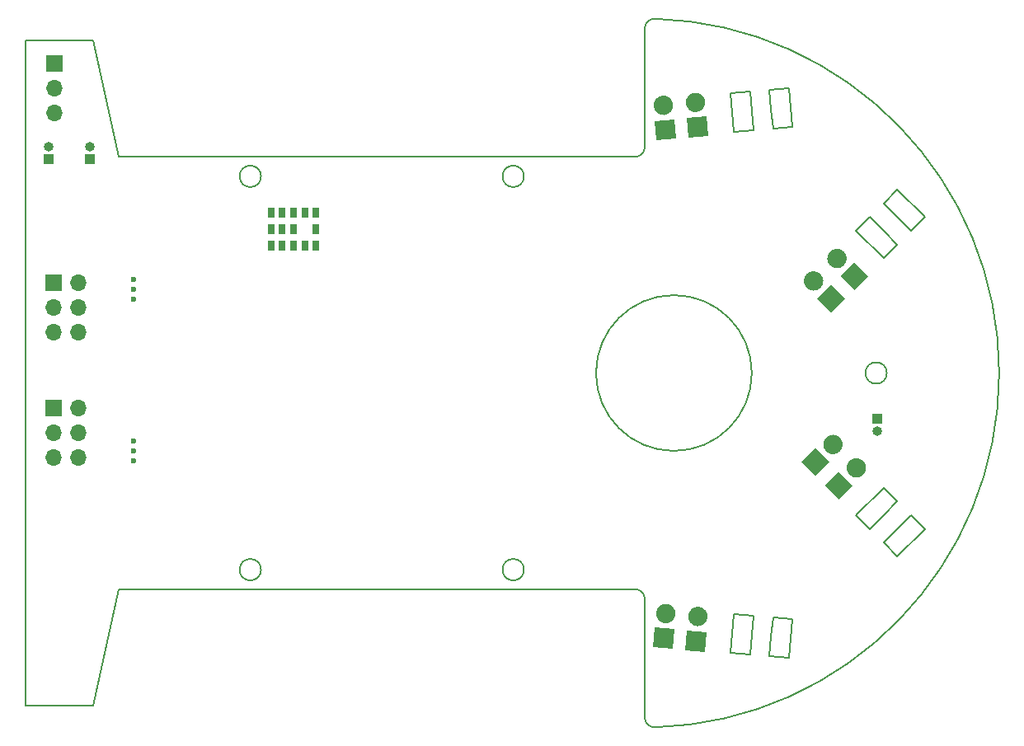
<source format=gbs>
%TF.GenerationSoftware,KiCad,Pcbnew,(5.1.7)-1*%
%TF.CreationDate,2021-11-24T18:19:33+09:00*%
%TF.ProjectId,Quatro,51756174-726f-42e6-9b69-6361645f7063,0*%
%TF.SameCoordinates,Original*%
%TF.FileFunction,Soldermask,Bot*%
%TF.FilePolarity,Negative*%
%FSLAX46Y46*%
G04 Gerber Fmt 4.6, Leading zero omitted, Abs format (unit mm)*
G04 Created by KiCad (PCBNEW (5.1.7)-1) date 2021-11-24 18:19:33*
%MOMM*%
%LPD*%
G01*
G04 APERTURE LIST*
%TA.AperFunction,Profile*%
%ADD10C,0.200000*%
%TD*%
%ADD11R,0.800000X1.100000*%
%ADD12R,0.700000X1.100000*%
%ADD13C,0.100000*%
%ADD14R,1.000000X1.000000*%
%ADD15O,1.000000X1.000000*%
%ADD16R,1.700000X1.700000*%
%ADD17O,1.700000X1.700000*%
%ADD18C,0.600000*%
G04 APERTURE END LIST*
D10*
X170788838Y-58175084D02*
G75*
G02*
X170788843Y-130946030I-1028246J-36385473D01*
G01*
X169760594Y-71360558D02*
X169760594Y-59174685D01*
X110760595Y-60360557D02*
X113160593Y-60360557D01*
X157360593Y-114760556D02*
G75*
G03*
X157360593Y-114760556I-1100001J0D01*
G01*
X169760593Y-129946429D02*
X169760593Y-117760555D01*
X106160594Y-128760556D02*
X106160593Y-60360557D01*
X169760595Y-71360555D02*
G75*
G02*
X168760594Y-72360558I-1000002J-1D01*
G01*
X197128428Y-79950000D02*
X198542640Y-78535786D01*
X106160593Y-60360557D02*
X110760595Y-60360557D01*
X130360596Y-114760557D02*
G75*
G03*
X130360596Y-114760557I-1100001J0D01*
G01*
X195714214Y-78535787D02*
X197128428Y-79950000D01*
X194300000Y-77121573D02*
X195714214Y-78535787D01*
X180760595Y-94560557D02*
G75*
G03*
X180760595Y-94560557I-8000001J0D01*
G01*
X157360594Y-74360558D02*
G75*
G03*
X157360594Y-74360558I-1100001J0D01*
G01*
X130360597Y-74360557D02*
G75*
G03*
X130360597Y-74360557I-1100000J0D01*
G01*
X169760595Y-59174687D02*
G75*
G02*
X170788841Y-58175085I999999J2D01*
G01*
X170788842Y-130946030D02*
G75*
G02*
X169760593Y-129946429I-28249J999601D01*
G01*
X115760595Y-72360558D02*
X168760594Y-72360558D01*
X113160593Y-60360557D02*
X115760595Y-72360558D01*
X168760592Y-116760556D02*
G75*
G02*
X169760593Y-117760555I1J-1000000D01*
G01*
X113160595Y-128760558D02*
X106160594Y-128760556D01*
X115760595Y-116760556D02*
X113160595Y-128760558D01*
X168760593Y-116760556D02*
X115760595Y-116760556D01*
X195714214Y-107756901D02*
X194299999Y-106342687D01*
X180764400Y-67643148D02*
X180938710Y-69635540D01*
X184923487Y-69286914D02*
X184574865Y-65302137D01*
X182756788Y-67468837D02*
X182931100Y-69461226D01*
X182582477Y-65476446D02*
X182756788Y-67468837D01*
X194626591Y-94560557D02*
G75*
G03*
X194626591Y-94560557I-1099998J0D01*
G01*
X192885787Y-78535787D02*
X194300000Y-79950000D01*
X195714214Y-75707359D02*
X194300000Y-77121573D01*
X184574865Y-123818979D02*
X182582477Y-123644667D01*
X178946321Y-69809849D02*
X178597697Y-65825070D01*
X194300001Y-111999541D02*
X195714214Y-110585328D01*
X180938710Y-69635540D02*
X178946321Y-69809849D01*
X195714214Y-110585328D02*
X197128427Y-109171114D01*
X182931100Y-69461226D02*
X184923487Y-69286914D01*
X182931100Y-119659889D02*
X184923489Y-119834198D01*
X178597697Y-65825070D02*
X180590087Y-65650759D01*
X194300000Y-82778427D02*
X191471573Y-79950000D01*
X191471573Y-109171112D02*
X192885787Y-110585327D01*
X178597699Y-123296044D02*
X180590088Y-123470356D01*
X180938709Y-119485577D02*
X178946320Y-119311265D01*
X191471573Y-79950000D02*
X192885787Y-78535787D01*
X184923489Y-119834198D02*
X184574865Y-123818979D01*
X195714214Y-81364214D02*
X194300000Y-82778427D01*
X198542642Y-110585327D02*
X195714215Y-113413756D01*
X194299999Y-106342687D02*
X191471573Y-109171112D01*
X184574865Y-65302137D02*
X182582477Y-65476446D01*
X180590088Y-123470356D02*
X180764398Y-121477967D01*
X178946320Y-119311265D02*
X178597699Y-123296044D01*
X198542640Y-78535786D02*
X195714214Y-75707359D01*
X182582477Y-123644667D02*
X182756788Y-121652278D01*
X180764398Y-121477967D02*
X180938709Y-119485577D01*
X182756788Y-121652278D02*
X182931100Y-119659889D01*
X195714215Y-113413756D02*
X194300001Y-111999541D01*
X197128427Y-109171114D02*
X198542642Y-110585327D01*
X194300000Y-109171114D02*
X195714214Y-107756901D01*
X192885787Y-110585327D02*
X194300000Y-109171114D01*
X180590087Y-65650759D02*
X180764400Y-67643148D01*
X194300000Y-79950000D02*
X195714214Y-81364214D01*
D11*
%TO.C,U5*%
X133700000Y-81500000D03*
X133700000Y-79800000D03*
X133700000Y-78100000D03*
D12*
X131450000Y-81500000D03*
X132550000Y-81500000D03*
X134850000Y-81500000D03*
X135950000Y-81500000D03*
X131450000Y-79800000D03*
X132550000Y-79800000D03*
X135950000Y-79800000D03*
X131450000Y-78100000D03*
X132550000Y-78100000D03*
X134850000Y-78100000D03*
X135950000Y-78100000D03*
%TD*%
%TO.C,D1*%
G36*
G01*
X171765780Y-68065860D02*
X171765780Y-68065860D01*
G75*
G02*
X170682429Y-67156821I-87156J996195D01*
G01*
X170682429Y-67156821D01*
G75*
G02*
X171591468Y-66073470I996195J87156D01*
G01*
X171591468Y-66073470D01*
G75*
G02*
X172674819Y-66982509I87156J-996195D01*
G01*
X172674819Y-66982509D01*
G75*
G02*
X171765780Y-68065860I-996195J-87156D01*
G01*
G37*
D13*
G36*
X172983350Y-70509039D02*
G01*
X170990961Y-70683350D01*
X170816650Y-68690961D01*
X172809039Y-68516650D01*
X172983350Y-70509039D01*
G37*
%TD*%
%TO.C,D2*%
G36*
X190314214Y-86900000D02*
G01*
X188900000Y-88314214D01*
X187485786Y-86900000D01*
X188900000Y-85485786D01*
X190314214Y-86900000D01*
G37*
G36*
G01*
X187811056Y-85811056D02*
X187811056Y-85811056D01*
G75*
G02*
X186396842Y-85811056I-707107J707107D01*
G01*
X186396842Y-85811056D01*
G75*
G02*
X186396842Y-84396842I707107J707107D01*
G01*
X186396842Y-84396842D01*
G75*
G02*
X187811056Y-84396842I707107J-707107D01*
G01*
X187811056Y-84396842D01*
G75*
G02*
X187811056Y-85811056I-707107J-707107D01*
G01*
G37*
%TD*%
%TO.C,D3*%
G36*
X187300000Y-105114214D02*
G01*
X185885786Y-103700000D01*
X187300000Y-102285786D01*
X188714214Y-103700000D01*
X187300000Y-105114214D01*
G37*
G36*
G01*
X188388944Y-102611056D02*
X188388944Y-102611056D01*
G75*
G02*
X188388944Y-101196842I707107J707107D01*
G01*
X188388944Y-101196842D01*
G75*
G02*
X189803158Y-101196842I707107J-707107D01*
G01*
X189803158Y-101196842D01*
G75*
G02*
X189803158Y-102611056I-707107J-707107D01*
G01*
X189803158Y-102611056D01*
G75*
G02*
X188388944Y-102611056I-707107J707107D01*
G01*
G37*
%TD*%
%TO.C,D4*%
G36*
G01*
X171834220Y-120265860D02*
X171834220Y-120265860D01*
G75*
G02*
X170925181Y-119182509I87156J996195D01*
G01*
X170925181Y-119182509D01*
G75*
G02*
X172008532Y-118273470I996195J-87156D01*
G01*
X172008532Y-118273470D01*
G75*
G02*
X172917571Y-119356821I-87156J-996195D01*
G01*
X172917571Y-119356821D01*
G75*
G02*
X171834220Y-120265860I-996195J87156D01*
G01*
G37*
G36*
X172609039Y-122883350D02*
G01*
X170616650Y-122709039D01*
X170790961Y-120716650D01*
X172783350Y-120890961D01*
X172609039Y-122883350D01*
G37*
%TD*%
%TO.C,D5*%
G36*
G01*
X190211056Y-83511056D02*
X190211056Y-83511056D01*
G75*
G02*
X188796842Y-83511056I-707107J707107D01*
G01*
X188796842Y-83511056D01*
G75*
G02*
X188796842Y-82096842I707107J707107D01*
G01*
X188796842Y-82096842D01*
G75*
G02*
X190211056Y-82096842I707107J-707107D01*
G01*
X190211056Y-82096842D01*
G75*
G02*
X190211056Y-83511056I-707107J-707107D01*
G01*
G37*
G36*
X192714214Y-84600000D02*
G01*
X191300000Y-86014214D01*
X189885786Y-84600000D01*
X191300000Y-83185786D01*
X192714214Y-84600000D01*
G37*
%TD*%
%TO.C,D6*%
G36*
X189700000Y-107514214D02*
G01*
X188285786Y-106100000D01*
X189700000Y-104685786D01*
X191114214Y-106100000D01*
X189700000Y-107514214D01*
G37*
G36*
G01*
X190788944Y-105011056D02*
X190788944Y-105011056D01*
G75*
G02*
X190788944Y-103596842I707107J707107D01*
G01*
X190788944Y-103596842D01*
G75*
G02*
X192203158Y-103596842I707107J-707107D01*
G01*
X192203158Y-103596842D01*
G75*
G02*
X192203158Y-105011056I-707107J-707107D01*
G01*
X192203158Y-105011056D01*
G75*
G02*
X190788944Y-105011056I-707107J707107D01*
G01*
G37*
%TD*%
%TO.C,D7*%
G36*
X176283350Y-70209039D02*
G01*
X174290961Y-70383350D01*
X174116650Y-68390961D01*
X176109039Y-68216650D01*
X176283350Y-70209039D01*
G37*
G36*
G01*
X175065780Y-67765860D02*
X175065780Y-67765860D01*
G75*
G02*
X173982429Y-66856821I-87156J996195D01*
G01*
X173982429Y-66856821D01*
G75*
G02*
X174891468Y-65773470I996195J87156D01*
G01*
X174891468Y-65773470D01*
G75*
G02*
X175974819Y-66682509I87156J-996195D01*
G01*
X175974819Y-66682509D01*
G75*
G02*
X175065780Y-67765860I-996195J-87156D01*
G01*
G37*
%TD*%
%TO.C,D8*%
G36*
G01*
X175134220Y-120565860D02*
X175134220Y-120565860D01*
G75*
G02*
X174225181Y-119482509I87156J996195D01*
G01*
X174225181Y-119482509D01*
G75*
G02*
X175308532Y-118573470I996195J-87156D01*
G01*
X175308532Y-118573470D01*
G75*
G02*
X176217571Y-119656821I-87156J-996195D01*
G01*
X176217571Y-119656821D01*
G75*
G02*
X175134220Y-120565860I-996195J87156D01*
G01*
G37*
G36*
X175909039Y-123183350D02*
G01*
X173916650Y-123009039D01*
X174090961Y-121016650D01*
X176083350Y-121190961D01*
X175909039Y-123183350D01*
G37*
%TD*%
D14*
%TO.C,J1*%
X112800000Y-72600000D03*
D15*
X112800000Y-71330000D03*
%TD*%
%TO.C,J2*%
X108550000Y-71330000D03*
D14*
X108550000Y-72600000D03*
%TD*%
%TO.C,J3*%
X193600000Y-99300000D03*
D15*
X193600000Y-100570000D03*
%TD*%
D16*
%TO.C,J6*%
X109100000Y-85300000D03*
D17*
X111640000Y-85300000D03*
X109100000Y-87840000D03*
X111640000Y-87840000D03*
X109100000Y-90380000D03*
X111640000Y-90380000D03*
%TD*%
%TO.C,J7*%
X111640000Y-103280000D03*
X109100000Y-103280000D03*
X111640000Y-100740000D03*
X109100000Y-100740000D03*
X111640000Y-98200000D03*
D16*
X109100000Y-98200000D03*
%TD*%
%TO.C,SW1*%
X109150000Y-62765000D03*
D17*
X109150000Y-65305000D03*
X109150000Y-67845000D03*
%TD*%
D18*
%TO.C,U8*%
X117250000Y-85975000D03*
X117250000Y-84975000D03*
X117250000Y-86975000D03*
%TD*%
%TO.C,U9*%
X117250000Y-103575000D03*
X117250000Y-101575000D03*
X117250000Y-102575000D03*
%TD*%
M02*

</source>
